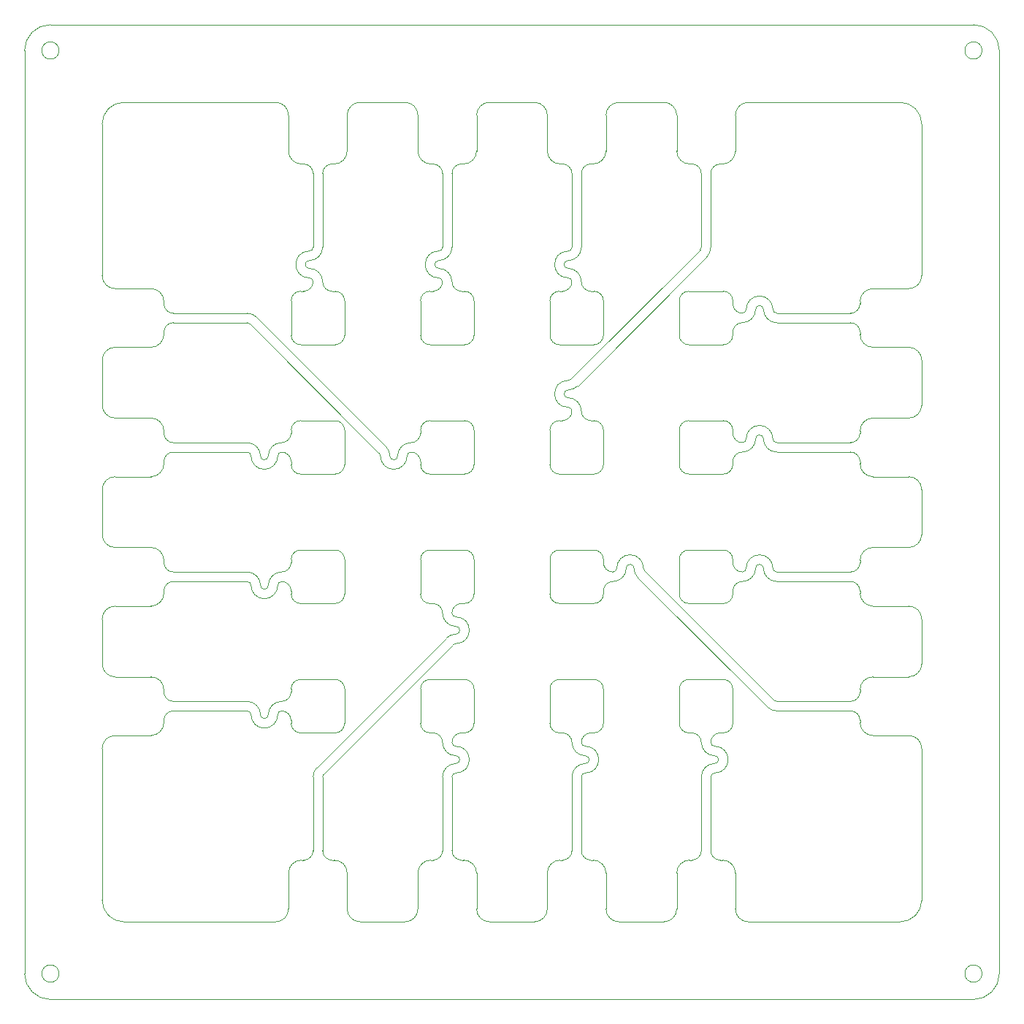
<source format=gm1>
G04 #@! TF.GenerationSoftware,KiCad,Pcbnew,8.0.1-unknown-202403172319~81f55dfc9c~ubuntu22.04.1*
G04 #@! TF.CreationDate,2024-03-25T12:05:19+00:00*
G04 #@! TF.ProjectId,LIS3DH_array,4c495333-4448-45f6-9172-7261792e6b69,rev?*
G04 #@! TF.SameCoordinates,Original*
G04 #@! TF.FileFunction,Profile,NP*
%FSLAX46Y46*%
G04 Gerber Fmt 4.6, Leading zero omitted, Abs format (unit mm)*
G04 Created by KiCad (PCBNEW 8.0.1-unknown-202403172319~81f55dfc9c~ubuntu22.04.1) date 2024-03-25 12:05:19*
%MOMM*%
%LPD*%
G01*
G04 APERTURE LIST*
G04 #@! TA.AperFunction,Profile*
%ADD10C,0.010000*%
G04 #@! TD*
G04 #@! TA.AperFunction,Profile*
%ADD11C,0.038100*%
G04 #@! TD*
G04 #@! TA.AperFunction,Profile*
%ADD12C,0.001000*%
G04 #@! TD*
G04 APERTURE END LIST*
D10*
X116000000Y-115749999D02*
G75*
G02*
X116000000Y-116650001I0J-450001D01*
G01*
X111900000Y-96650000D02*
X111900000Y-97000000D01*
X101999999Y-121900000D02*
X98000000Y-121900001D01*
X129000000Y-74250001D02*
G75*
G02*
X130549999Y-75800002I0J-1549999D01*
G01*
X102000000Y-106900001D02*
G75*
G02*
X103099999Y-108000000I0J-1099999D01*
G01*
X82150003Y-93099997D02*
X82150003Y-93350006D01*
X111900000Y-78000000D02*
G75*
G02*
X113000000Y-76900000I1100000J0D01*
G01*
X141900000Y-123000001D02*
X141900001Y-127000000D01*
X144450000Y-133200003D02*
G75*
G02*
X146000000Y-131650000I1550000J3D01*
G01*
X101650000Y-76900000D02*
G75*
G02*
X100550000Y-75800000I0J1100000D01*
G01*
X147000000Y-121900001D02*
G75*
G02*
X148099999Y-123000000I0J-1099999D01*
G01*
X95350001Y-126000000D02*
G75*
G02*
X92250001Y-126000000I-1550000J-1D01*
G01*
X117000000Y-98099999D02*
X113000000Y-98100000D01*
X116000000Y-130749999D02*
G75*
G02*
X116000000Y-131650001I0J-450001D01*
G01*
X129450000Y-71800001D02*
G75*
G02*
X129000000Y-72250000I-450000J1D01*
G01*
X143000000Y-106900001D02*
X147000000Y-106900000D01*
X96900000Y-96650000D02*
X96900000Y-97000000D01*
X141900001Y-108000000D02*
G75*
G02*
X143000000Y-106900001I1099999J0D01*
G01*
X118100000Y-127000000D02*
G75*
G02*
X117000000Y-128100000I-1100000J0D01*
G01*
X91799997Y-94450000D02*
G75*
G02*
X93350000Y-96000000I3J-1550000D01*
G01*
X147000000Y-106900000D02*
G75*
G02*
X148100000Y-108000000I0J-1100000D01*
G01*
X133100000Y-127000000D02*
G75*
G02*
X132000000Y-128100000I-1100000J0D01*
G01*
X153200003Y-110550000D02*
G75*
G02*
X151650000Y-109000000I-3J1550000D01*
G01*
X102000000Y-98099999D02*
X98000000Y-98100000D01*
X129000000Y-89250001D02*
G75*
G02*
X130549999Y-90800002I0J-1549999D01*
G01*
X91799984Y-80550001D02*
G75*
G02*
X92118198Y-80681804I16J-449999D01*
G01*
X129318211Y-87118187D02*
G75*
G02*
X129000000Y-87250001I-318211J318187D01*
G01*
X131650000Y-76900000D02*
X132000000Y-76900001D01*
X129000000Y-74250001D02*
G75*
G02*
X129000000Y-73349999I0J450001D01*
G01*
X116000000Y-129650000D02*
G75*
G02*
X115550000Y-129200000I0J450000D01*
G01*
X99000000Y-75350001D02*
G75*
G02*
X99000000Y-72249999I0J1550001D01*
G01*
X117000000Y-76900001D02*
G75*
G02*
X118099999Y-78000000I0J-1099999D01*
G01*
X164349997Y-113400000D02*
G75*
G02*
X162850000Y-111900003I3J1500000D01*
G01*
X91800001Y-110550000D02*
G75*
G02*
X92250000Y-111000000I-1J-450000D01*
G01*
X95800000Y-110550000D02*
G75*
G02*
X96900000Y-111650000I0J-1100000D01*
G01*
X149650000Y-79000000D02*
G75*
G02*
X149200000Y-79450000I-450000J0D01*
G01*
X149200000Y-109450000D02*
G75*
G02*
X148100000Y-108350000I0J1100000D01*
G01*
X95350001Y-96000000D02*
G75*
G02*
X92250001Y-96000000I-1550000J-1D01*
G01*
X148100000Y-127000000D02*
G75*
G02*
X147000000Y-128100000I-1100000J0D01*
G01*
X129000000Y-90350001D02*
G75*
G02*
X129000000Y-87249999I0J1550001D01*
G01*
X148100000Y-108350000D02*
X148100000Y-108000000D01*
X91800001Y-95550000D02*
G75*
G02*
X92250000Y-96000000I-1J-450000D01*
G01*
X132000000Y-91900001D02*
G75*
G02*
X133099999Y-93000000I0J-1099999D01*
G01*
X128000000Y-83099999D02*
G75*
G02*
X126900001Y-82000000I0J1099999D01*
G01*
X150749999Y-94000000D02*
G75*
G02*
X149199998Y-95549999I-1549999J0D01*
G01*
X103399997Y-148500011D02*
X103399997Y-144350009D01*
X143000000Y-83099999D02*
G75*
G02*
X141900001Y-82000000I0J1099999D01*
G01*
X114000000Y-74250001D02*
G75*
G02*
X114000000Y-73349999I0J450001D01*
G01*
X148099999Y-123000000D02*
X148100000Y-127000000D01*
X99000000Y-74250001D02*
G75*
G02*
X99000000Y-73349999I0J450001D01*
G01*
X153199999Y-94450000D02*
G75*
G02*
X152750000Y-94000000I1J450000D01*
G01*
X96900000Y-111650000D02*
X96900000Y-112000000D01*
X103400000Y-56500001D02*
G75*
G02*
X104900001Y-55000000I1500000J1D01*
G01*
X116650000Y-113100000D02*
X117000000Y-113100000D01*
X128350000Y-76900000D02*
X128000000Y-76900000D01*
X146000000Y-129650000D02*
G75*
G02*
X145550000Y-129200000I0J450000D01*
G01*
X95800000Y-125550000D02*
G75*
G02*
X96900000Y-126650000I0J-1100000D01*
G01*
X132000000Y-106900000D02*
G75*
G02*
X133100000Y-108000000I0J-1100000D01*
G01*
X153199999Y-109450000D02*
G75*
G02*
X152750000Y-109000000I1J450000D01*
G01*
X91799997Y-109450000D02*
G75*
G02*
X93350000Y-111000000I3J-1550000D01*
G01*
X101999999Y-91900000D02*
X98000000Y-91900001D01*
X126900001Y-108000000D02*
G75*
G02*
X128000000Y-106900001I1099999J0D01*
G01*
X133099999Y-123000000D02*
X133100000Y-127000000D01*
X95350001Y-111000000D02*
G75*
G02*
X92250001Y-111000000I-1550000J-1D01*
G01*
X116650000Y-76900000D02*
X117000000Y-76900001D01*
X111900001Y-93000000D02*
G75*
G02*
X113000000Y-91900001I1099999J0D01*
G01*
X143000000Y-128099999D02*
G75*
G02*
X141900001Y-127000000I0J1099999D01*
G01*
X99450000Y-71800001D02*
G75*
G02*
X99000000Y-72250000I-450000J1D01*
G01*
X148100000Y-78350000D02*
X148100000Y-78000000D01*
X80650003Y-76600000D02*
G75*
G02*
X82150000Y-78099997I-3J-1500000D01*
G01*
X129000000Y-75350000D02*
G75*
G02*
X129450000Y-75800000I0J-450000D01*
G01*
X149649999Y-109000000D02*
G75*
G02*
X152749999Y-109000000I1550000J1D01*
G01*
X118100000Y-81999999D02*
X118099999Y-78000000D01*
X83250000Y-124450000D02*
G75*
G02*
X82150000Y-123350006I0J1100000D01*
G01*
X146000000Y-129649999D02*
G75*
G02*
X146000000Y-132750001I0J-1550001D01*
G01*
X150749999Y-94000000D02*
G75*
G02*
X151649999Y-94000000I450000J1D01*
G01*
X131000000Y-130749999D02*
G75*
G02*
X129450001Y-129199998I0J1549999D01*
G01*
X113000000Y-128099999D02*
G75*
G02*
X111900001Y-127000000I0J1099999D01*
G01*
X94250001Y-96000000D02*
G75*
G02*
X93350001Y-96000000I-450000J-1D01*
G01*
X150749999Y-79000000D02*
G75*
G02*
X151649999Y-79000000I450000J1D01*
G01*
X114000000Y-75350001D02*
G75*
G02*
X114000000Y-72249999I0J1550001D01*
G01*
X94250001Y-126000000D02*
G75*
G02*
X95800002Y-124450001I1549999J0D01*
G01*
X134649999Y-109000000D02*
G75*
G02*
X137749999Y-109000000I1550000J1D01*
G01*
X74999989Y-84899998D02*
G75*
G02*
X76499989Y-83399989I1500011J-2D01*
G01*
X129450000Y-75800000D02*
G75*
G02*
X128350000Y-76900000I-1100000J0D01*
G01*
X96900000Y-108350000D02*
G75*
G02*
X95800000Y-109450000I-1100000J0D01*
G01*
X115550000Y-114200000D02*
G75*
G02*
X116650000Y-113100000I1100000J0D01*
G01*
X146650000Y-128100000D02*
X147000000Y-128100000D01*
X145550000Y-133199999D02*
G75*
G02*
X146000000Y-132750000I450000J-1D01*
G01*
X143350000Y-128100000D02*
X143000000Y-128099999D01*
X147000000Y-91900000D02*
G75*
G02*
X148100000Y-93000000I0J-1100000D01*
G01*
X103099999Y-82000000D02*
G75*
G02*
X102000000Y-83099999I-1099999J0D01*
G01*
X94250001Y-111000000D02*
G75*
G02*
X95800002Y-109450001I1549999J0D01*
G01*
X103099999Y-127000000D02*
X103099998Y-123000001D01*
X128000001Y-113100000D02*
X132000000Y-113099999D01*
X132000000Y-121900001D02*
G75*
G02*
X133099999Y-123000000I0J-1099999D01*
G01*
X141900001Y-93000000D02*
G75*
G02*
X143000000Y-91900001I1099999J0D01*
G01*
X98000000Y-98100000D02*
G75*
G02*
X96900000Y-97000000I0J1100000D01*
G01*
X153200003Y-80550000D02*
G75*
G02*
X151650000Y-79000000I-3J1550000D01*
G01*
X102000000Y-113099999D02*
X98000000Y-113100000D01*
X129000000Y-75350001D02*
G75*
G02*
X129000000Y-72249999I0J1550001D01*
G01*
X130550000Y-129200000D02*
G75*
G02*
X131650000Y-128100000I1100000J0D01*
G01*
X91800001Y-125550000D02*
G75*
G02*
X92250000Y-126000000I-1J-450000D01*
G01*
X130550000Y-133199999D02*
G75*
G02*
X131000000Y-132750000I450000J-1D01*
G01*
X103099999Y-97000000D02*
G75*
G02*
X102000000Y-98099999I-1099999J0D01*
G01*
X94250001Y-126000000D02*
G75*
G02*
X93350001Y-126000000I-450000J-1D01*
G01*
X103099999Y-112000000D02*
G75*
G02*
X102000000Y-113099999I-1099999J0D01*
G01*
X148099999Y-97000000D02*
G75*
G02*
X147000000Y-98099999I-1099999J0D01*
G01*
X126900001Y-82000000D02*
X126900000Y-78000000D01*
X143000000Y-113099999D02*
G75*
G02*
X141900001Y-112000000I0J1099999D01*
G01*
X153199999Y-79450000D02*
G75*
G02*
X152750000Y-79000000I1J450000D01*
G01*
X116000000Y-130749999D02*
G75*
G02*
X114450001Y-129199998I0J1549999D01*
G01*
X143000001Y-98100000D02*
X147000000Y-98099999D01*
X94250001Y-96000000D02*
G75*
G02*
X95800002Y-94450001I1549999J0D01*
G01*
X98350000Y-76900000D02*
X98000000Y-76900000D01*
X101650000Y-76900000D02*
X102000000Y-76900001D01*
X98000000Y-113100000D02*
G75*
G02*
X96900000Y-112000000I0J1100000D01*
G01*
X91799997Y-124450000D02*
G75*
G02*
X93350000Y-126000000I3J-1550000D01*
G01*
X96900000Y-78000000D02*
G75*
G02*
X98000000Y-76900000I1100000J0D01*
G01*
X148100000Y-81650000D02*
G75*
G02*
X149200000Y-80550000I1100000J0D01*
G01*
X148099999Y-82000000D02*
G75*
G02*
X147000000Y-83099999I-1099999J0D01*
G01*
X116000000Y-129649999D02*
G75*
G02*
X116000000Y-132750001I0J-1550001D01*
G01*
X113000000Y-113099999D02*
G75*
G02*
X111900001Y-112000000I0J1099999D01*
G01*
X98000000Y-83099999D02*
G75*
G02*
X96900001Y-82000000I0J1099999D01*
G01*
X133399997Y-148500011D02*
X133399997Y-144350009D01*
X95350000Y-126000000D02*
G75*
G02*
X95800000Y-125550000I450000J0D01*
G01*
X150749999Y-109000000D02*
G75*
G02*
X151649999Y-109000000I450000J1D01*
G01*
X143000000Y-98099999D02*
G75*
G02*
X141900001Y-97000000I0J1099999D01*
G01*
X96900000Y-108350000D02*
X96900001Y-108000000D01*
X150749999Y-79000000D02*
G75*
G02*
X149199998Y-80549999I-1549999J0D01*
G01*
X111900000Y-93350000D02*
G75*
G02*
X110800000Y-94450000I-1100000J0D01*
G01*
X133100000Y-111650000D02*
X133099999Y-112000000D01*
X153200003Y-95550000D02*
G75*
G02*
X151650000Y-94000000I-3J1550000D01*
G01*
X148100000Y-111650000D02*
G75*
G02*
X149200000Y-110550000I1100000J0D01*
G01*
X145550000Y-129200000D02*
G75*
G02*
X146650000Y-128100000I1100000J0D01*
G01*
X113350000Y-76900000D02*
X113000000Y-76900000D01*
X129450000Y-133200003D02*
G75*
G02*
X131000000Y-131650000I1550000J3D01*
G01*
X146000000Y-130749999D02*
G75*
G02*
X146000000Y-131650001I0J-450001D01*
G01*
X99450000Y-75800000D02*
G75*
G02*
X98350000Y-76900000I-1100000J0D01*
G01*
X115550000Y-71799997D02*
G75*
G02*
X114000000Y-73350000I-1550000J-3D01*
G01*
X96900001Y-93000000D02*
G75*
G02*
X98000000Y-91900001I1099999J0D01*
G01*
X101999999Y-106900000D02*
X98000000Y-106900001D01*
X100550000Y-71799997D02*
G75*
G02*
X99000000Y-73350000I-1550000J-3D01*
G01*
X131650000Y-128100000D02*
X132000000Y-128100000D01*
X96900001Y-82000000D02*
X96900000Y-78000000D01*
X153200018Y-94450006D02*
X161750015Y-94450006D01*
X96900001Y-108000000D02*
G75*
G02*
X98000000Y-106900001I1099999J0D01*
G01*
X148100000Y-81650000D02*
X148099999Y-82000000D01*
X103099999Y-127000000D02*
G75*
G02*
X102000000Y-128099999I-1099999J0D01*
G01*
X149649999Y-79000000D02*
G75*
G02*
X152749999Y-79000000I1550000J1D01*
G01*
X115550000Y-133199999D02*
G75*
G02*
X116000000Y-132750000I450000J-1D01*
G01*
X111900000Y-123000001D02*
X111900001Y-127000000D01*
X118399997Y-148500011D02*
X118399997Y-144350009D01*
X162850009Y-123100000D02*
X162850009Y-123350009D01*
X96900001Y-123000000D02*
G75*
G02*
X98000000Y-121900001I1099999J0D01*
G01*
X91799997Y-109450000D02*
X83250000Y-109450000D01*
X96900000Y-126650000D02*
X96900000Y-127000000D01*
X118099999Y-123000000D02*
X118100000Y-127000000D01*
X149650000Y-109000000D02*
G75*
G02*
X149200000Y-109450000I-450000J0D01*
G01*
X143350000Y-128100000D02*
G75*
G02*
X144450000Y-129200000I0J-1100000D01*
G01*
X146900000Y-142850009D02*
X146649991Y-142850009D01*
X113350000Y-128100000D02*
X113000000Y-128099999D01*
X149200000Y-79450000D02*
G75*
G02*
X148100000Y-78350000I0J1100000D01*
G01*
X102000000Y-91900001D02*
G75*
G02*
X103099999Y-93000000I0J-1099999D01*
G01*
X113000000Y-83099999D02*
G75*
G02*
X111900001Y-82000000I0J1099999D01*
G01*
X143000000Y-91900001D02*
X147000000Y-91900000D01*
X145549994Y-133200018D02*
X145549994Y-141750015D01*
X114450000Y-71800001D02*
G75*
G02*
X114000000Y-72250000I-450000J1D01*
G01*
X99000000Y-74250001D02*
G75*
G02*
X100549999Y-75800002I0J-1549999D01*
G01*
X135749999Y-109000000D02*
G75*
G02*
X134199998Y-110549999I-1549999J0D01*
G01*
X113350000Y-128100000D02*
G75*
G02*
X114450000Y-129200000I0J-1100000D01*
G01*
X143000001Y-83100000D02*
X147000000Y-83099999D01*
X146900000Y-142850009D02*
G75*
G02*
X148399991Y-144350009I0J-1499991D01*
G01*
X126900000Y-78000000D02*
G75*
G02*
X128000000Y-76900000I1100000J0D01*
G01*
X126900001Y-97000000D02*
X126900000Y-93000000D01*
X102000000Y-128099999D02*
X98000000Y-128100000D01*
X102000000Y-76900001D02*
G75*
G02*
X103099999Y-78000000I0J-1099999D01*
G01*
X128000000Y-106900001D02*
X132000000Y-106900000D01*
X117000000Y-121900001D02*
G75*
G02*
X118099999Y-123000000I0J-1099999D01*
G01*
X143000001Y-113100000D02*
X147000000Y-113099999D01*
X114450000Y-133200003D02*
G75*
G02*
X116000000Y-131650000I1550000J3D01*
G01*
X113350000Y-113100000D02*
G75*
G02*
X114450000Y-114200000I0J-1100000D01*
G01*
X168500011Y-121600003D02*
X164350009Y-121600003D01*
X130550000Y-71799997D02*
X130550000Y-63250000D01*
X116650000Y-76900000D02*
G75*
G02*
X115550000Y-75800000I0J1100000D01*
G01*
X131000000Y-129650000D02*
G75*
G02*
X130550000Y-129200000I0J450000D01*
G01*
X131000000Y-130749999D02*
G75*
G02*
X131000000Y-131650001I0J-450001D01*
G01*
X116649991Y-142850009D02*
G75*
G02*
X115549991Y-141750015I9J1100009D01*
G01*
X96900000Y-93350000D02*
X96900001Y-93000000D01*
X131000000Y-129649999D02*
G75*
G02*
X131000000Y-132750001I0J-1550001D01*
G01*
X132000000Y-76900001D02*
G75*
G02*
X133099999Y-78000000I0J-1099999D01*
G01*
X116650000Y-128100000D02*
X117000000Y-128100000D01*
X91799982Y-110549994D02*
X83249985Y-110549994D01*
X143000000Y-76900001D02*
X147000000Y-76900000D01*
X126900000Y-123000001D02*
X126900001Y-127000000D01*
X128000000Y-113099999D02*
G75*
G02*
X126900001Y-112000000I0J1099999D01*
G01*
X98000000Y-128100000D02*
G75*
G02*
X96900000Y-127000000I0J1100000D01*
G01*
X74999989Y-129899998D02*
X75000000Y-147499999D01*
X96900000Y-93350000D02*
G75*
G02*
X95800000Y-94450000I-1100000J0D01*
G01*
X95800000Y-95550000D02*
G75*
G02*
X96900000Y-96650000I0J-1100000D01*
G01*
D11*
X177000000Y-49000000D02*
G75*
G02*
X175000000Y-49000000I-1000000J0D01*
G01*
X175000000Y-49000000D02*
G75*
G02*
X177000000Y-49000000I1000000J0D01*
G01*
D10*
X148100000Y-96650000D02*
X148099999Y-97000000D01*
X133100000Y-81999999D02*
X133099999Y-78000000D01*
X110800000Y-95550000D02*
G75*
G02*
X111900000Y-96650000I0J-1100000D01*
G01*
D12*
X75000000Y-57500000D02*
G75*
G02*
X77500000Y-55000000I2500000J0D01*
G01*
D10*
X111900001Y-123000000D02*
G75*
G02*
X113000000Y-121900001I1099999J0D01*
G01*
X134200000Y-109450000D02*
G75*
G02*
X133100000Y-108350000I0J1100000D01*
G01*
X95350000Y-111000000D02*
G75*
G02*
X95800000Y-110550000I450000J0D01*
G01*
X162849997Y-81900003D02*
X162849997Y-81649994D01*
X131650000Y-91900000D02*
X132000000Y-91900001D01*
X153200018Y-124450006D02*
X161750015Y-124450006D01*
X99000000Y-75350000D02*
G75*
G02*
X99450000Y-75800000I0J-450000D01*
G01*
X170000011Y-105100002D02*
G75*
G02*
X168500011Y-106600011I-1500011J2D01*
G01*
X75000001Y-90099999D02*
X74999989Y-84899998D01*
X148099999Y-112000000D02*
G75*
G02*
X147000000Y-113099999I-1099999J0D01*
G01*
X150749999Y-109000000D02*
G75*
G02*
X149199998Y-110549999I-1549999J0D01*
G01*
X114450000Y-75800000D02*
G75*
G02*
X113350000Y-76900000I-1100000J0D01*
G01*
X110100002Y-54999989D02*
G75*
G02*
X111600011Y-56499989I-2J-1500011D01*
G01*
X116000000Y-114650000D02*
G75*
G02*
X115550000Y-114200000I0J450000D01*
G01*
X113350009Y-62149991D02*
G75*
G02*
X114450009Y-63249985I-9J-1100009D01*
G01*
X114000000Y-74250001D02*
G75*
G02*
X115549999Y-75800002I0J-1549999D01*
G01*
X146000000Y-130749999D02*
G75*
G02*
X144450001Y-129199998I0J1549999D01*
G01*
X82149991Y-96649991D02*
G75*
G02*
X83249985Y-95549991I1100009J-9D01*
G01*
X110350000Y-96000000D02*
G75*
G02*
X110800000Y-95550000I450000J0D01*
G01*
X80650003Y-91600000D02*
G75*
G02*
X82150000Y-93099997I-3J-1500000D01*
G01*
X131650000Y-91900000D02*
G75*
G02*
X130550000Y-90800000I0J1100000D01*
G01*
X129450000Y-133200003D02*
X129450000Y-141750000D01*
X130550000Y-71799997D02*
G75*
G02*
X129000000Y-73350000I-1550000J-3D01*
G01*
X162850009Y-108100000D02*
X162850009Y-108350009D01*
X118099999Y-108000000D02*
X118100000Y-112000000D01*
X141900001Y-123000000D02*
G75*
G02*
X143000000Y-121900001I1099999J0D01*
G01*
X133100000Y-108350000D02*
X133100000Y-108000000D01*
X118099999Y-82000000D02*
G75*
G02*
X117000000Y-83099999I-1099999J0D01*
G01*
X94250001Y-111000000D02*
G75*
G02*
X93350001Y-111000000I-450000J-1D01*
G01*
X114000000Y-75350000D02*
G75*
G02*
X114450000Y-75800000I0J-450000D01*
G01*
X111900000Y-108000001D02*
X111900001Y-112000000D01*
X149649999Y-94000000D02*
G75*
G02*
X152749999Y-94000000I1550000J1D01*
G01*
X95099999Y-149999999D02*
X77500000Y-149999999D01*
X147000000Y-76900000D02*
G75*
G02*
X148100000Y-78000000I0J-1100000D01*
G01*
X128350000Y-128100000D02*
G75*
G02*
X129450000Y-129200000I0J-1100000D01*
G01*
X149200000Y-94450000D02*
G75*
G02*
X148100000Y-93350000I0J1100000D01*
G01*
X144450000Y-141750000D02*
G75*
G02*
X143350006Y-142850000I-1100000J0D01*
G01*
X126900001Y-123000000D02*
G75*
G02*
X128000000Y-121900001I1099999J0D01*
G01*
X128000000Y-128099999D02*
G75*
G02*
X126900001Y-127000000I0J1099999D01*
G01*
X111900001Y-82000000D02*
X111900000Y-78000000D01*
X118099999Y-93000000D02*
X118100000Y-96999999D01*
X149650000Y-94000000D02*
G75*
G02*
X149200000Y-94450000I-450000J0D01*
G01*
X148100000Y-111650000D02*
X148099999Y-112000000D01*
X115550000Y-129200000D02*
G75*
G02*
X116650000Y-128100000I1100000J0D01*
G01*
X128100000Y-62149991D02*
X128350009Y-62149991D01*
X115550000Y-63250000D02*
G75*
G02*
X116649994Y-62150000I1100000J0D01*
G01*
X129450000Y-90800000D02*
G75*
G02*
X128350000Y-91900000I-1100000J0D01*
G01*
X168499999Y-83400000D02*
X164349997Y-83400000D01*
X113100000Y-62149991D02*
G75*
G02*
X111600009Y-60649991I0J1499991D01*
G01*
X144450000Y-133200003D02*
X144450000Y-141750000D01*
X149899998Y-150000011D02*
X167499999Y-150000000D01*
X133100000Y-111650000D02*
G75*
G02*
X134200000Y-110550000I1100000J0D01*
G01*
X140100002Y-54999989D02*
G75*
G02*
X141600011Y-56499989I-2J-1500011D01*
G01*
X143099997Y-142849997D02*
X143350006Y-142849997D01*
X113099997Y-142849997D02*
X113350006Y-142849997D01*
X76500001Y-121600000D02*
X80650003Y-121600000D01*
X128000000Y-98099999D02*
G75*
G02*
X126900001Y-97000000I0J1099999D01*
G01*
X153200003Y-80550000D02*
X161750000Y-80550000D01*
X131650000Y-76900000D02*
G75*
G02*
X130550000Y-75800000I0J1100000D01*
G01*
X130550000Y-63250000D02*
G75*
G02*
X131649994Y-62150000I1100000J0D01*
G01*
X113350000Y-113100000D02*
X113000000Y-113099999D01*
X148100000Y-96650000D02*
G75*
G02*
X149200000Y-95550000I1100000J0D01*
G01*
X102000000Y-121900001D02*
G75*
G02*
X103099999Y-123000000I0J-1099999D01*
G01*
X129000000Y-90350000D02*
G75*
G02*
X129450000Y-90800000I0J-450000D01*
G01*
D11*
X69000000Y-46000000D02*
X176000000Y-46000000D01*
D10*
X116900003Y-62150003D02*
X116649994Y-62150003D01*
X103100000Y-81999999D02*
X103099999Y-78000000D01*
X76500016Y-106600006D02*
X80650018Y-106600006D01*
X91799999Y-79450001D02*
G75*
G02*
X92896016Y-79903987I1J-1549999D01*
G01*
X115681789Y-117881813D02*
G75*
G02*
X116000000Y-117749999I318211J-318187D01*
G01*
X133099999Y-112000000D02*
G75*
G02*
X132000000Y-113099999I-1099999J0D01*
G01*
X80650003Y-121600000D02*
G75*
G02*
X82150000Y-123099997I-3J-1500000D01*
G01*
X82149991Y-81900000D02*
G75*
G02*
X80649991Y-83399991I-1499991J0D01*
G01*
X140099999Y-149999999D02*
X134899998Y-150000011D01*
X83250000Y-79450000D02*
G75*
G02*
X82150000Y-78350006I0J1100000D01*
G01*
X116000000Y-115749999D02*
G75*
G02*
X114450001Y-114199998I0J1549999D01*
G01*
X133099999Y-97000000D02*
G75*
G02*
X132000000Y-98099999I-1099999J0D01*
G01*
X134899998Y-150000011D02*
G75*
G02*
X133399989Y-148500011I2J1500011D01*
G01*
X96900000Y-123350000D02*
G75*
G02*
X95800000Y-124450000I-1100000J0D01*
G01*
X118100000Y-112000000D02*
G75*
G02*
X117000000Y-113100000I-1100000J0D01*
G01*
X164349997Y-98400000D02*
G75*
G02*
X162850000Y-96900003I3J1500000D01*
G01*
X130549994Y-133200018D02*
X130549994Y-141750015D01*
X135749999Y-109000000D02*
G75*
G02*
X136649999Y-109000000I450000J1D01*
G01*
X170000011Y-75100002D02*
X170000000Y-57500001D01*
X148400000Y-56500001D02*
G75*
G02*
X149900001Y-55000000I1500000J1D01*
G01*
X152881801Y-124318197D02*
X137881813Y-109318211D01*
X82149991Y-81900000D02*
X82149991Y-81649991D01*
X116999999Y-91900000D02*
X113000000Y-91900001D01*
X164349997Y-83400000D02*
G75*
G02*
X162850000Y-81900003I3J1500000D01*
G01*
X153200003Y-110550000D02*
X161750000Y-110550000D01*
X76500001Y-121600000D02*
G75*
G02*
X75000000Y-120099999I-1J1500000D01*
G01*
X128350000Y-128100000D02*
X128000000Y-128099999D01*
X148100000Y-93350000D02*
X148100000Y-93000000D01*
X134650000Y-109000000D02*
G75*
G02*
X134200000Y-109450000I-450000J0D01*
G01*
X99450000Y-141750000D02*
G75*
G02*
X98350006Y-142850000I-1100000J0D01*
G01*
X91799982Y-95549994D02*
X83249985Y-95549994D01*
X82149991Y-126900000D02*
G75*
G02*
X80649991Y-128399991I-1499991J0D01*
G01*
X128350000Y-91900000D02*
X128000000Y-91900000D01*
X104899998Y-150000011D02*
G75*
G02*
X103399989Y-148500011I2J1500011D01*
G01*
X113000000Y-98100000D02*
G75*
G02*
X111900000Y-97000000I0J1100000D01*
G01*
X115549994Y-133200018D02*
X115549994Y-141750015D01*
X116000000Y-114649999D02*
G75*
G02*
X116000000Y-117750001I0J-1550001D01*
G01*
X126900000Y-93000000D02*
G75*
G02*
X128000000Y-91900000I1100000J0D01*
G01*
D11*
X66000000Y-49000000D02*
G75*
G02*
X69000000Y-46000000I3000000J0D01*
G01*
D10*
X76500001Y-91600000D02*
G75*
G02*
X75000000Y-90099999I-1J1500000D01*
G01*
X131900000Y-142850009D02*
G75*
G02*
X133399991Y-144350009I0J-1499991D01*
G01*
X82150006Y-111900006D02*
X82150006Y-111649997D01*
X95100002Y-54999989D02*
G75*
G02*
X96600011Y-56499989I-2J-1500011D01*
G01*
X101649991Y-142850009D02*
G75*
G02*
X100549991Y-141750015I9J1100009D01*
G01*
X126600003Y-56499989D02*
X126600003Y-60649991D01*
X133099999Y-82000000D02*
G75*
G02*
X132000000Y-83099999I-1099999J0D01*
G01*
X141900001Y-78000000D02*
G75*
G02*
X143000000Y-76900001I1099999J0D01*
G01*
X133100000Y-96999999D02*
X133099999Y-93000000D01*
X111900001Y-108000000D02*
G75*
G02*
X113000000Y-106900001I1099999J0D01*
G01*
X141600000Y-148499999D02*
X141600000Y-144349997D01*
X114450006Y-71799982D02*
X114450006Y-63249985D01*
X99450006Y-71799982D02*
X99450006Y-63249985D01*
X148400000Y-56500001D02*
X148400000Y-60650003D01*
D11*
X70000000Y-49000000D02*
G75*
G02*
X68000000Y-49000000I-1000000J0D01*
G01*
X68000000Y-49000000D02*
G75*
G02*
X70000000Y-49000000I1000000J0D01*
G01*
D10*
X129450006Y-71799982D02*
X129450006Y-63249985D01*
X103099999Y-93000000D02*
X103100000Y-96999999D01*
X169999999Y-99900001D02*
X170000011Y-105100002D01*
X162850009Y-108350009D02*
G75*
G02*
X161750015Y-109450009I-1100009J9D01*
G01*
X168500011Y-76600003D02*
X164350009Y-76600003D01*
X117000000Y-91900001D02*
G75*
G02*
X118099999Y-93000000I0J-1099999D01*
G01*
X74999989Y-129899998D02*
G75*
G02*
X76499989Y-128399989I1500011J-2D01*
G01*
X129000000Y-89250001D02*
G75*
G02*
X129000000Y-88349999I0J450001D01*
G01*
D11*
X176000000Y-159000000D02*
X69000000Y-159000000D01*
D10*
X95350000Y-96000000D02*
G75*
G02*
X95800000Y-95550000I450000J0D01*
G01*
X153200018Y-79450006D02*
X161750015Y-79450006D01*
X129450000Y-141750000D02*
G75*
G02*
X128350006Y-142850000I-1100000J0D01*
G01*
X169999999Y-84900001D02*
X170000011Y-90100002D01*
X103400000Y-60650003D02*
G75*
G02*
X101900003Y-62150000I-1500000J3D01*
G01*
X141600000Y-144349997D02*
G75*
G02*
X143099997Y-142850000I1500000J-3D01*
G01*
D11*
X70000000Y-156000000D02*
G75*
G02*
X68000000Y-156000000I-1000000J0D01*
G01*
X68000000Y-156000000D02*
G75*
G02*
X70000000Y-156000000I1000000J0D01*
G01*
D10*
X111600000Y-148499999D02*
X111600000Y-144349997D01*
X110099999Y-149999999D02*
X104899998Y-150000011D01*
X101900003Y-62150003D02*
X101649994Y-62150003D01*
X99450001Y-133200001D02*
G75*
G02*
X99903987Y-132103984I1549999J1D01*
G01*
X82149991Y-126649991D02*
G75*
G02*
X83249985Y-125549991I1100009J-9D01*
G01*
X147000000Y-121900001D02*
X143000001Y-121900002D01*
X133400000Y-56500001D02*
X133400000Y-60650003D01*
X96600000Y-144349997D02*
G75*
G02*
X98099997Y-142850000I1500000J-3D01*
G01*
X76499989Y-98399997D02*
X80649991Y-98399997D01*
X99450000Y-133200003D02*
X99450000Y-141750000D01*
X148399997Y-148500011D02*
X148399997Y-144350009D01*
X96900000Y-123350000D02*
X96900001Y-123000000D01*
X162850009Y-93100000D02*
G75*
G02*
X164350009Y-91600009I1499991J0D01*
G01*
X111600003Y-56499989D02*
X111600003Y-60649991D01*
X162849997Y-111900003D02*
X162849997Y-111649994D01*
X109250001Y-96000000D02*
G75*
G02*
X108350001Y-96000000I-450000J-1D01*
G01*
X115550000Y-71799997D02*
X115550000Y-63250000D01*
X169999999Y-114900001D02*
X170000011Y-120100002D01*
D12*
X169999999Y-147500000D02*
G75*
G02*
X167499999Y-149999999I-2499999J0D01*
G01*
D10*
X76499989Y-128399997D02*
X80649991Y-128399997D01*
X98000000Y-83099999D02*
X101999999Y-83099998D01*
X83250000Y-109450000D02*
G75*
G02*
X82150000Y-108350006I0J1100000D01*
G01*
X114450000Y-133200003D02*
X114450000Y-141750000D01*
X83250000Y-94450000D02*
G75*
G02*
X82150000Y-93350006I0J1100000D01*
G01*
D11*
X177000000Y-156000000D02*
G75*
G02*
X175000000Y-156000000I-1000000J0D01*
G01*
X175000000Y-156000000D02*
G75*
G02*
X177000000Y-156000000I1000000J0D01*
G01*
X179000000Y-49000000D02*
X179000000Y-156000000D01*
D10*
X164349997Y-128400000D02*
G75*
G02*
X162850000Y-126900003I3J1500000D01*
G01*
X91799982Y-125549994D02*
X83249985Y-125549994D01*
X101900000Y-142850009D02*
X101649991Y-142850009D01*
X91799997Y-79450000D02*
X83250000Y-79450000D01*
X161750000Y-95550000D02*
G75*
G02*
X162850000Y-96649994I0J-1100000D01*
G01*
X117000000Y-106900001D02*
G75*
G02*
X118099999Y-108000000I0J-1099999D01*
G01*
X101900000Y-142850009D02*
G75*
G02*
X103399991Y-144350009I0J-1499991D01*
G01*
X152103983Y-125096014D02*
X137103985Y-110096018D01*
X96600003Y-56499989D02*
X96600003Y-60649991D01*
X162849997Y-126900003D02*
X162849997Y-126649994D01*
X76500001Y-76600000D02*
X80650003Y-76600000D01*
X141900001Y-112000000D02*
X141900000Y-108000001D01*
X141900001Y-93000000D02*
X141900002Y-96999999D01*
X96600000Y-148499999D02*
G75*
G02*
X95099999Y-150000000I-1500000J-1D01*
G01*
X109250001Y-96000000D02*
G75*
G02*
X110800002Y-94450001I1549999J0D01*
G01*
X149899998Y-150000011D02*
G75*
G02*
X148399989Y-148500011I2J1500011D01*
G01*
X162850009Y-123350009D02*
G75*
G02*
X161750015Y-124450009I-1100009J9D01*
G01*
X75000001Y-120099999D02*
X75000004Y-114900004D01*
X125100002Y-54999989D02*
G75*
G02*
X126600011Y-56499989I-2J-1500011D01*
G01*
X91799997Y-94450000D02*
X83250000Y-94450000D01*
X126900001Y-108000000D02*
X126900002Y-111999999D01*
X111900000Y-93350000D02*
X111900001Y-93000000D01*
X82149991Y-81649991D02*
G75*
G02*
X83249985Y-80549991I1100009J-9D01*
G01*
X82149991Y-126900000D02*
X82149991Y-126649991D01*
D11*
X176000000Y-46000000D02*
G75*
G02*
X179000000Y-49000000I0J-3000000D01*
G01*
D10*
X153200003Y-95550000D02*
X161750000Y-95550000D01*
X170000011Y-120100002D02*
G75*
G02*
X168500011Y-121600011I-1500011J2D01*
G01*
X98099997Y-142849997D02*
X98350006Y-142849997D01*
X91799997Y-124450000D02*
X83250000Y-124450000D01*
D12*
X167500000Y-55000001D02*
G75*
G02*
X169999999Y-57500001I0J-2499999D01*
G01*
D10*
X161750000Y-80550000D02*
G75*
G02*
X162850000Y-81649994I0J-1100000D01*
G01*
X162850009Y-123100000D02*
G75*
G02*
X164350009Y-121600009I1499991J0D01*
G01*
X126600000Y-148499999D02*
X126600000Y-144349997D01*
X98100000Y-62149991D02*
G75*
G02*
X96600009Y-60649991I0J1499991D01*
G01*
X82149991Y-96900000D02*
G75*
G02*
X80649991Y-98399991I-1499991J0D01*
G01*
X162850009Y-108100000D02*
G75*
G02*
X164350009Y-106600009I1499991J0D01*
G01*
X126600000Y-148499999D02*
G75*
G02*
X125099999Y-150000000I-1500000J-1D01*
G01*
X92896017Y-79903986D02*
X107896015Y-94903982D01*
X143100000Y-62149991D02*
X143350009Y-62149991D01*
X96600000Y-148499999D02*
X96600000Y-144349997D01*
X153200018Y-109450006D02*
X161750015Y-109450006D01*
X170000011Y-75100002D02*
G75*
G02*
X168500011Y-76600011I-1500011J2D01*
G01*
D12*
X77500000Y-149999999D02*
G75*
G02*
X75000001Y-147499999I0J2499999D01*
G01*
D10*
X110350001Y-96000000D02*
G75*
G02*
X107250001Y-96000000I-1550000J-1D01*
G01*
X141600003Y-56499989D02*
X141600003Y-60649991D01*
X148400000Y-60650003D02*
G75*
G02*
X146900003Y-62150000I-1500000J3D01*
G01*
X153200001Y-125549999D02*
G75*
G02*
X152103984Y-125096013I-1J1549999D01*
G01*
X118400000Y-56500001D02*
G75*
G02*
X119900001Y-55000000I1500000J1D01*
G01*
X145550000Y-63250000D02*
G75*
G02*
X146649994Y-62150000I1100000J0D01*
G01*
X82150003Y-78099997D02*
X82150003Y-78350006D01*
X80650018Y-106600006D02*
G75*
G02*
X82149994Y-108100003I-18J-1499994D01*
G01*
X107896015Y-94903982D02*
G75*
G02*
X108350001Y-96000000I-1096015J-1096018D01*
G01*
X103099999Y-112000000D02*
X103099998Y-108000001D01*
X134900001Y-55000001D02*
X140100002Y-54999989D01*
X114903982Y-117103985D02*
G75*
G02*
X116000000Y-116649999I1096018J-1096015D01*
G01*
X125099999Y-149999999D02*
X119899998Y-150000011D01*
X82150003Y-123099997D02*
X82150003Y-123350006D01*
X162850009Y-78350009D02*
G75*
G02*
X161750015Y-79450009I-1100009J9D01*
G01*
X168499999Y-83400000D02*
G75*
G02*
X170000000Y-84900001I1J-1500000D01*
G01*
X114450000Y-141750000D02*
G75*
G02*
X113350006Y-142850000I-1100000J0D01*
G01*
X75000001Y-75099999D02*
X75000000Y-57500000D01*
X111600000Y-144349997D02*
G75*
G02*
X113099997Y-142850000I1500000J-3D01*
G01*
X111600000Y-148499999D02*
G75*
G02*
X110099999Y-150000000I-1500000J-1D01*
G01*
X82150006Y-111649997D02*
G75*
G02*
X83250000Y-110550006I1099994J-3D01*
G01*
X143350009Y-62149991D02*
G75*
G02*
X144450009Y-63249985I-9J-1100009D01*
G01*
X98100000Y-62149991D02*
X98350009Y-62149991D01*
X126600000Y-144349997D02*
G75*
G02*
X128099997Y-142850000I1500000J-3D01*
G01*
X116900000Y-142850009D02*
X116649991Y-142850009D01*
X137881813Y-109318211D02*
G75*
G02*
X137749999Y-109000000I318187J318211D01*
G01*
X117000000Y-106900001D02*
X113000001Y-106900002D01*
X131900000Y-142850009D02*
X131649991Y-142850009D01*
X98350009Y-62149991D02*
G75*
G02*
X99450009Y-63249985I-9J-1100009D01*
G01*
X99903986Y-132103983D02*
X114903982Y-117103985D01*
X169999999Y-129900001D02*
X169999999Y-147500000D01*
X144318197Y-72118199D02*
X129318211Y-87118187D01*
D11*
X179000000Y-156000000D02*
G75*
G02*
X176000000Y-159000000I-3000000J0D01*
G01*
D10*
X100550001Y-133200016D02*
G75*
G02*
X100681804Y-132881802I449999J16D01*
G01*
X133400000Y-60650003D02*
G75*
G02*
X131900003Y-62150000I-1500000J3D01*
G01*
D11*
X69000000Y-159000000D02*
G75*
G02*
X66000000Y-156000000I0J3000000D01*
G01*
D10*
X133400000Y-56500001D02*
G75*
G02*
X134900001Y-55000000I1500000J1D01*
G01*
X82149991Y-96900000D02*
X82149991Y-96649991D01*
X145549999Y-71799999D02*
G75*
G02*
X145096013Y-72896016I-1549999J-1D01*
G01*
X113100000Y-62149991D02*
X113350009Y-62149991D01*
X119899998Y-150000011D02*
G75*
G02*
X118399989Y-148500011I2J1500011D01*
G01*
X132000000Y-121900001D02*
X128000001Y-121900002D01*
X119900001Y-55000001D02*
X125100002Y-54999989D01*
X131649991Y-142850009D02*
G75*
G02*
X130549991Y-141750015I9J1100009D01*
G01*
X107118187Y-95681789D02*
G75*
G02*
X107250001Y-96000000I-318187J-318211D01*
G01*
X168499999Y-128400000D02*
X164349997Y-128400000D01*
X76500004Y-113400003D02*
X80650006Y-113400003D01*
X74999989Y-99899998D02*
X75000016Y-105100005D01*
X100550000Y-71799997D02*
X100550000Y-63250000D01*
X118099999Y-97000000D02*
G75*
G02*
X117000000Y-98099999I-1099999J0D01*
G01*
X76500001Y-76600000D02*
G75*
G02*
X75000000Y-75099999I-1J1500000D01*
G01*
X128350009Y-62149991D02*
G75*
G02*
X129450009Y-63249985I-9J-1100009D01*
G01*
X168499999Y-98400000D02*
G75*
G02*
X170000000Y-99900001I1J-1500000D01*
G01*
X168499999Y-128400000D02*
G75*
G02*
X170000000Y-129900001I1J-1500000D01*
G01*
X82150018Y-108100003D02*
X82150018Y-108350012D01*
X91799982Y-80549994D02*
X83249985Y-80549994D01*
X144449999Y-71799984D02*
G75*
G02*
X144318196Y-72118198I-449999J-16D01*
G01*
X137103985Y-110096018D02*
G75*
G02*
X136649999Y-109000000I1096015J1096018D01*
G01*
X153200003Y-125550000D02*
X161750000Y-125550000D01*
X161750000Y-110550000D02*
G75*
G02*
X162850000Y-111649994I0J-1100000D01*
G01*
X132000000Y-98099999D02*
X128000001Y-98100000D01*
X130096018Y-87896015D02*
G75*
G02*
X129000000Y-88350001I-1096018J1096015D01*
G01*
X113000000Y-121900001D02*
X116999999Y-121900000D01*
X162850009Y-78100000D02*
X162850009Y-78350009D01*
X82150006Y-111900006D02*
G75*
G02*
X80650006Y-113400006I-1500006J6D01*
G01*
X168500011Y-106600003D02*
X164350009Y-106600003D01*
X103400000Y-56500001D02*
X103400000Y-60650003D01*
X113000000Y-83099999D02*
X116999999Y-83099998D01*
X75000004Y-114900004D02*
G75*
G02*
X76500004Y-113400004I1499996J4D01*
G01*
X104900001Y-55000001D02*
X110100002Y-54999989D01*
X95100002Y-54999989D02*
X77500000Y-55000000D01*
X76499989Y-83399997D02*
X80649991Y-83399997D01*
X100550000Y-63250000D02*
G75*
G02*
X101649994Y-62150000I1100000J0D01*
G01*
X168499999Y-113400000D02*
G75*
G02*
X170000000Y-114900001I1J-1500000D01*
G01*
X161750000Y-125550000D02*
G75*
G02*
X162850000Y-126649994I0J-1100000D01*
G01*
X100549994Y-133200018D02*
X100549994Y-141750015D01*
X144450006Y-71799982D02*
X144450006Y-63249985D01*
X149900001Y-55000001D02*
X167500000Y-55000001D01*
X145096014Y-72896017D02*
X130096018Y-87896015D01*
X153200016Y-124449999D02*
G75*
G02*
X152881802Y-124318196I-16J449999D01*
G01*
X92118199Y-80681803D02*
X107118187Y-95681789D01*
D11*
X66000000Y-156000000D02*
X66000000Y-49000000D01*
D10*
X162850009Y-93100000D02*
X162850009Y-93350009D01*
X170000011Y-90100002D02*
G75*
G02*
X168500011Y-91600011I-1500011J2D01*
G01*
X162850009Y-93350009D02*
G75*
G02*
X161750015Y-94450009I-1100009J9D01*
G01*
X132000000Y-83099999D02*
X128000001Y-83100000D01*
X74999989Y-99899998D02*
G75*
G02*
X76499989Y-98399989I1500011J-2D01*
G01*
X146649991Y-142850009D02*
G75*
G02*
X145549991Y-141750015I9J1100009D01*
G01*
X143100000Y-62149991D02*
G75*
G02*
X141600009Y-60649991I0J1499991D01*
G01*
X116900000Y-142850009D02*
G75*
G02*
X118399991Y-144350009I0J-1499991D01*
G01*
X145550000Y-71799997D02*
X145550000Y-63250000D01*
X100681803Y-132881801D02*
X115681789Y-117881813D01*
X76500016Y-106600006D02*
G75*
G02*
X74999994Y-105100005I-16J1500006D01*
G01*
X141600000Y-148499999D02*
G75*
G02*
X140099999Y-150000000I-1500000J-1D01*
G01*
X146900003Y-62150003D02*
X146649994Y-62150003D01*
X168499999Y-98400000D02*
X164349997Y-98400000D01*
X76500001Y-91600000D02*
X80650003Y-91600000D01*
X141900001Y-78000000D02*
X141900002Y-81999999D01*
X128099997Y-142849997D02*
X128350006Y-142849997D01*
X162850009Y-78100000D02*
G75*
G02*
X164350009Y-76600009I1499991J0D01*
G01*
X168499999Y-113400000D02*
X164349997Y-113400000D01*
X131900003Y-62150003D02*
X131649994Y-62150003D01*
X162849997Y-96900003D02*
X162849997Y-96649994D01*
X118400000Y-56500001D02*
X118400000Y-60650003D01*
X168500011Y-91600003D02*
X164350009Y-91600003D01*
X118400000Y-60650003D02*
G75*
G02*
X116900003Y-62150000I-1500000J3D01*
G01*
X128100000Y-62149991D02*
G75*
G02*
X126600009Y-60649991I0J1499991D01*
G01*
M02*

</source>
